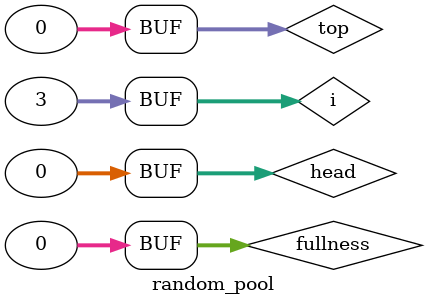
<source format=v>
module random_pool();
    parameter DEPTH = 3;
    parameter DATA_W = 16;
    reg [DATA_W-1:0] mem [0:DEPTH-1];
    integer head;
    integer tail;
    integer top;
    integer fullness;
    integer i;
    initial begin
        head = 0;
        top  = 0;
        fullness = 0;
        for (i = 0; i < DEPTH; i = i + 1) begin
            mem[i] = {DATA_W{1'b0}};
        end
    end
    task add_to_pool (input [DATA_W-1:0] data, output success);
    begin
        if (fullness == DEPTH) begin
            success = 1'b0;
        end
        else begin
            success = 1'b1;
            mem[head] = data;
            head = head + 1;
            fullness = fullness + 1;
        end
    end
    endtask
    task shuffle (output success);
    begin
        top = $random % DEPTH;
        success = 1'b1;
    end
    endtask
    task get_top (output [DATA_W-1:0] data);
    begin
        if (fullness == 0) begin
            $display("top on an empty fifo");
            $finish;
        end
        else begin
            data = mem[top];
            $display("Returning %x from pool", data);
            top = top + 1;
            if (top == fullness) begin
                top = 0;
            end
        end
    end
    endtask
    task shuffle_and_top(output [DATA_W-1:0] data);
    reg success;
    begin
        shuffle(success);
        get_top(data);
    end
    endtask
endmodule
</source>
